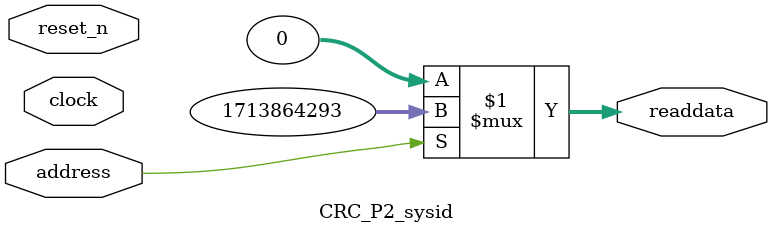
<source format=v>

`timescale 1ns / 1ps
// synthesis translate_on

// turn off superfluous verilog processor warnings 
// altera message_level Level1 
// altera message_off 10034 10035 10036 10037 10230 10240 10030 

module CRC_P2_sysid (
               // inputs:
                address,
                clock,
                reset_n,

               // outputs:
                readdata
             )
;

  output  [ 31: 0] readdata;
  input            address;
  input            clock;
  input            reset_n;

  wire    [ 31: 0] readdata;
  //control_slave, which is an e_avalon_slave
  assign readdata = address ? 1713864293 : 0;

endmodule




</source>
